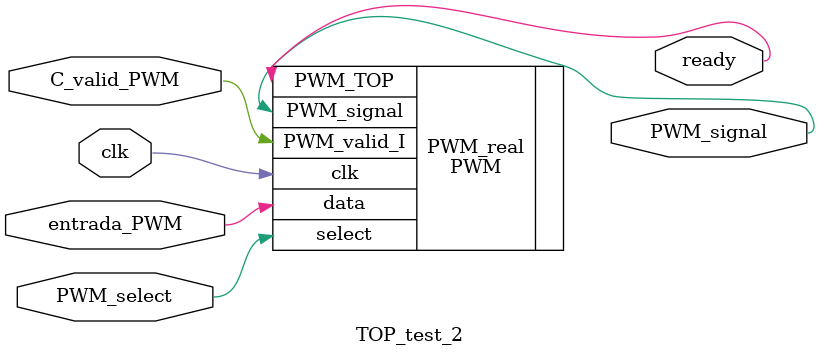
<source format=v>
`timescale 1ns / 1ps

module TOP_test_2(
	input wire clk,
	input wire entrada_PWM,
	input wire C_valid_PWM,
	input wire PWM_select,
	output wire ready,
	output wire PWM_signal
	
	
	);
	PWM PWM_real (
	//entradas
		.clk(clk),
		.data(entrada_PWM),
		.select(PWM_select),
		.PWM_valid_I(C_valid_PWM),
	//saidas
		.PWM_signal(PWM_signal),
		.PWM_TOP(ready)
		
	);
		
	
endmodule

</source>
